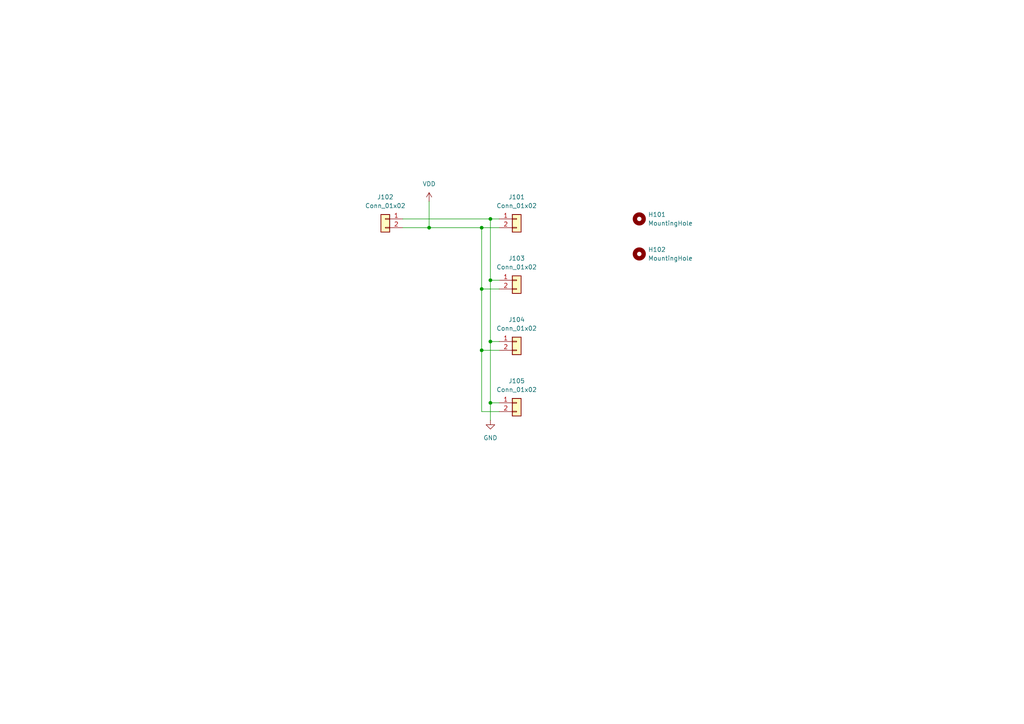
<source format=kicad_sch>
(kicad_sch (version 20250114) (generator "eeschema") (generator_version "9.0")
  (paper "A4")
  (lib_symbols
    (symbol "Connector_Generic:Conn_01x02" (pin_names (offset 1.016) (hide yes))
      (property "Reference" "J" (at 0 2.54 0))
      (property "Value" "Conn_01x02" (at 0 -5.08 0))
      (symbol "Conn_01x02_1_1"
        (rectangle (start -1.27 1.27) (end 1.27 -3.81) (stroke (width 0.254)) (fill (type background)))
        (rectangle (start -1.27 0.127) (end 0 -0.127) (stroke (width 0.1524)))
        (rectangle (start -1.27 -2.413) (end 0 -2.667) (stroke (width 0.1524)))
        (pin passive line (at -5.08 0 0) (length 3.81) (name "Pin_1") (number "1"))
        (pin passive line (at -5.08 -2.54 0) (length 3.81) (name "Pin_2") (number "2"))
      )
    )
    (symbol "Mechanical:MountingHole" (pin_names (offset 1.016)) (exclude_from_sim yes) (in_bom no)
      (property "Reference" "H" (at 0 5.08 0))
      (property "Value" "MountingHole" (at 0 3.175 0))
      (symbol "MountingHole_0_1"
        (circle (center 0 0) (radius 1.27) (stroke (width 1.27)))
      )
    )
    (symbol "power:GND" (power) (pin_numbers (hide yes)) (pin_names (offset 0) (hide yes))
      (property "Value" "GND" (at 0 -3.81 0))
      (symbol "GND_0_1"
        (polyline (pts (xy 0 0) (xy 0 -1.27) (xy 1.27 -1.27) (xy 0 -2.54) (xy -1.27 -1.27) (xy 0 -1.27)))
      )
      (symbol "GND_1_1"
        (pin power_in line (at 0 0 270) (length 0) (name "~") (number "1"))
      )
    )
    (symbol "power:VDD" (power) (pin_numbers (hide yes)) (pin_names (offset 0) (hide yes))
      (property "Value" "VDD" (at 0 3.556 0))
      (symbol "VDD_0_1"
        (polyline (pts (xy -0.762 1.27) (xy 0 2.54)))
        (polyline (pts (xy 0 2.54) (xy 0.762 1.27)))
        (polyline (pts (xy 0 0) (xy 0 2.54)))
      )
      (symbol "VDD_1_1"
        (pin power_in line (at 0 0 90) (length 0) (name "~") (number "1"))
      )
    )
  )
  (junction (at 142.24 99.06))
  (junction (at 139.7 101.6))
  (junction (at 142.24 116.84))
  (junction (at 142.24 63.5))
  (junction (at 139.7 83.82))
  (junction (at 124.46 66.04))
  (junction (at 142.24 81.28))
  (junction (at 139.7 66.04))
  (wire (pts (xy 142.24 116.84) (xy 142.24 121.92)))
  (wire (pts (xy 142.24 63.5) (xy 144.78 63.5)))
  (wire (pts (xy 139.7 119.38) (xy 144.78 119.38)))
  (wire (pts (xy 139.7 101.6) (xy 139.7 119.38)))
  (wire (pts (xy 139.7 66.04) (xy 144.78 66.04)))
  (wire (pts (xy 144.78 81.28) (xy 142.24 81.28)))
  (wire (pts (xy 142.24 63.5) (xy 142.24 81.28)))
  (wire (pts (xy 116.84 66.04) (xy 124.46 66.04)))
  (wire (pts (xy 142.24 99.06) (xy 142.24 116.84)))
  (wire (pts (xy 124.46 66.04) (xy 139.7 66.04)))
  (wire (pts (xy 139.7 66.04) (xy 139.7 83.82)))
  (wire (pts (xy 124.46 58.42) (xy 124.46 66.04)))
  (wire (pts (xy 144.78 116.84) (xy 142.24 116.84)))
  (wire (pts (xy 116.84 63.5) (xy 142.24 63.5)))
  (wire (pts (xy 139.7 83.82) (xy 139.7 101.6)))
  (wire (pts (xy 144.78 101.6) (xy 139.7 101.6)))
  (wire (pts (xy 144.78 99.06) (xy 142.24 99.06)))
  (wire (pts (xy 144.78 83.82) (xy 139.7 83.82)))
  (wire (pts (xy 142.24 81.28) (xy 142.24 99.06)))
  (symbol (lib_id "Connector_Generic:Conn_01x02") (at 149.86 81.28 0) (unit 1)
    (property "Reference" "J103" (at 149.86 74.93 0))
    (property "Value" "Conn_01x02" (at 149.86 77.47 0))
    (property "Footprint" "Connector_AMASS:AMASS_XT60-F_1x02_P7.20mm_Vertical" (effects (hide yes)))
    (property "Description" "Generic connector, single row, 01x02, script generated (kicad-library-utils/schlib/autogen/connector/)" (effects (hide yes)))
  )
  (symbol (lib_id "power:VDD") (at 124.46 58.42 0) (unit 1)
    (property "Reference" "#PWR0102" (effects (hide yes)))
    (property "Value" "VDD" (at 124.46 53.34 0))
    (property "Description" "Power symbol creates a global label with name \"VDD\"" (effects (hide yes)))
  )
  (symbol (lib_id "power:GND") (at 142.24 121.92 0) (unit 1)
    (property "Reference" "#PWR0101" (effects (hide yes)))
    (property "Value" "GND" (at 142.24 127 0))
    (property "Description" "Power symbol creates a global label with name \"GND\" , ground" (effects (hide yes)))
  )
  (symbol (lib_id "Connector_Generic:Conn_01x02") (at 149.86 99.06 0) (unit 1)
    (property "Reference" "J104" (at 149.86 92.71 0))
    (property "Value" "Conn_01x02" (at 149.86 95.25 0))
    (property "Footprint" "Connector_AMASS:AMASS_XT60-F_1x02_P7.20mm_Vertical" (effects (hide yes)))
    (property "Description" "Generic connector, single row, 01x02, script generated (kicad-library-utils/schlib/autogen/connector/)" (effects (hide yes)))
  )
  (symbol (lib_id "Mechanical:MountingHole") (at 185.42 73.66 0) (unit 1) (exclude_from_sim yes) (in_bom no)
    (property "Reference" "H102" (at 187.96 72.3899 0) (effects (justify left)))
    (property "Value" "MountingHole" (at 187.96 74.9299 0) (effects (justify left)))
    (property "Footprint" "MountingHole:MountingHole_3.2mm_M3_Pad" (effects (hide yes)))
    (property "Description" "Mounting Hole without connection" (effects (hide yes)))
  )
  (symbol (lib_id "Mechanical:MountingHole") (at 185.42 63.5 0) (unit 1) (exclude_from_sim yes) (in_bom no)
    (property "Reference" "H101" (at 187.96 62.2299 0) (effects (justify left)))
    (property "Value" "MountingHole" (at 187.96 64.7699 0) (effects (justify left)))
    (property "Footprint" "MountingHole:MountingHole_3.2mm_M3_Pad" (effects (hide yes)))
    (property "Description" "Mounting Hole without connection" (effects (hide yes)))
  )
  (symbol (lib_id "Connector_Generic:Conn_01x02") (at 111.76 63.5 0) (mirror y) (unit 1)
    (property "Reference" "J102" (at 111.76 57.15 0))
    (property "Value" "Conn_01x02" (at 111.76 59.69 0))
    (property "Footprint" "Connector_AMASS:AMASS_XT60-M_1x02_P7.20mm_Vertical" (effects (hide yes)))
    (property "Description" "Generic connector, single row, 01x02, script generated (kicad-library-utils/schlib/autogen/connector/)" (effects (hide yes)))
  )
  (symbol (lib_id "Connector_Generic:Conn_01x02") (at 149.86 63.5 0) (unit 1)
    (property "Reference" "J101" (at 149.86 57.15 0))
    (property "Value" "Conn_01x02" (at 149.86 59.69 0))
    (property "Footprint" "Connector_AMASS:AMASS_XT60-F_1x02_P7.20mm_Vertical" (effects (hide yes)))
    (property "Description" "Generic connector, single row, 01x02, script generated (kicad-library-utils/schlib/autogen/connector/)" (effects (hide yes)))
  )
  (symbol (lib_id "Connector_Generic:Conn_01x02") (at 149.86 116.84 0) (unit 1)
    (property "Reference" "J105" (at 149.86 110.49 0))
    (property "Value" "Conn_01x02" (at 149.86 113.03 0))
    (property "Footprint" "Connector_AMASS:AMASS_XT60-F_1x02_P7.20mm_Vertical" (effects (hide yes)))
    (property "Description" "Generic connector, single row, 01x02, script generated (kicad-library-utils/schlib/autogen/connector/)" (effects (hide yes)))
  )
)
</source>
